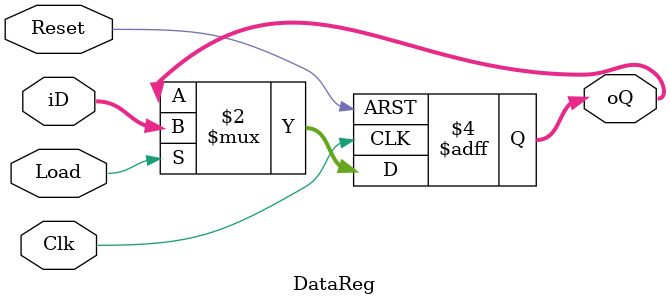
<source format=v>
module DataReg
#(parameter N = 4)
(   output reg [N-1:0] oQ,
    input wire [N-1:0] iD,
    input wire Clk,
    input wire Load,
    input wire Reset
);
always @(posedge Clk or posedge Reset)
begin
  if (Reset)
		oQ <= 0;	
  else if (Load)
		oQ <= iD;
end
endmodule

</source>
